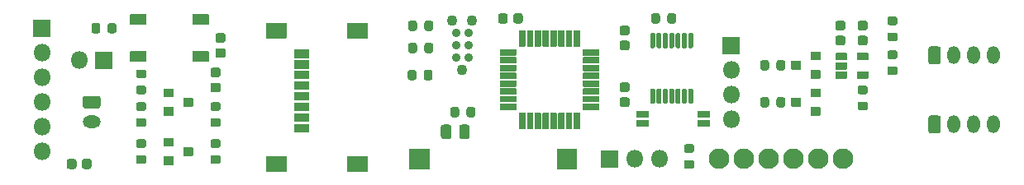
<source format=gbr>
%TF.GenerationSoftware,KiCad,Pcbnew,(5.1.10)-1*%
%TF.CreationDate,2021-07-01T22:03:52-07:00*%
%TF.ProjectId,BivalveBit_RevA,42697661-6c76-4654-9269-745f52657641,A*%
%TF.SameCoordinates,Original*%
%TF.FileFunction,Soldermask,Top*%
%TF.FilePolarity,Negative*%
%FSLAX46Y46*%
G04 Gerber Fmt 4.6, Leading zero omitted, Abs format (unit mm)*
G04 Created by KiCad (PCBNEW (5.1.10)-1) date 2021-07-01 22:03:52*
%MOMM*%
%LPD*%
G01*
G04 APERTURE LIST*
%ADD10O,1.801600X1.801600*%
%ADD11C,0.889000*%
%ADD12C,1.092200*%
%ADD13O,1.851600X1.301600*%
%ADD14C,2.101600*%
%ADD15O,1.301600X1.851600*%
G04 APERTURE END LIST*
D10*
%TO.C,J1*%
X106680000Y-126492000D03*
G36*
G01*
X108370000Y-125591200D02*
X110070000Y-125591200D01*
G75*
G02*
X110120800Y-125642000I0J-50800D01*
G01*
X110120800Y-127342000D01*
G75*
G02*
X110070000Y-127392800I-50800J0D01*
G01*
X108370000Y-127392800D01*
G75*
G02*
X108319200Y-127342000I0J50800D01*
G01*
X108319200Y-125642000D01*
G75*
G02*
X108370000Y-125591200I50800J0D01*
G01*
G37*
%TD*%
%TO.C,R17*%
G36*
G01*
X189691600Y-127120200D02*
X190292400Y-127120200D01*
G75*
G02*
X190517800Y-127345600I0J-225400D01*
G01*
X190517800Y-127796400D01*
G75*
G02*
X190292400Y-128021800I-225400J0D01*
G01*
X189691600Y-128021800D01*
G75*
G02*
X189466200Y-127796400I0J225400D01*
G01*
X189466200Y-127345600D01*
G75*
G02*
X189691600Y-127120200I225400J0D01*
G01*
G37*
G36*
G01*
X189691600Y-125470200D02*
X190292400Y-125470200D01*
G75*
G02*
X190517800Y-125695600I0J-225400D01*
G01*
X190517800Y-126146400D01*
G75*
G02*
X190292400Y-126371800I-225400J0D01*
G01*
X189691600Y-126371800D01*
G75*
G02*
X189466200Y-126146400I0J225400D01*
G01*
X189466200Y-125695600D01*
G75*
G02*
X189691600Y-125470200I225400J0D01*
G01*
G37*
%TD*%
%TO.C,R16*%
G36*
G01*
X190292400Y-122878800D02*
X189691600Y-122878800D01*
G75*
G02*
X189466200Y-122653400I0J225400D01*
G01*
X189466200Y-122202600D01*
G75*
G02*
X189691600Y-121977200I225400J0D01*
G01*
X190292400Y-121977200D01*
G75*
G02*
X190517800Y-122202600I0J-225400D01*
G01*
X190517800Y-122653400D01*
G75*
G02*
X190292400Y-122878800I-225400J0D01*
G01*
G37*
G36*
G01*
X190292400Y-124528800D02*
X189691600Y-124528800D01*
G75*
G02*
X189466200Y-124303400I0J225400D01*
G01*
X189466200Y-123852600D01*
G75*
G02*
X189691600Y-123627200I225400J0D01*
G01*
X190292400Y-123627200D01*
G75*
G02*
X190517800Y-123852600I0J-225400D01*
G01*
X190517800Y-124303400D01*
G75*
G02*
X190292400Y-124528800I-225400J0D01*
G01*
G37*
%TD*%
%TO.C,U4*%
G36*
G01*
X117339200Y-136290000D02*
X117339200Y-135490000D01*
G75*
G02*
X117390000Y-135439200I50800J0D01*
G01*
X118290000Y-135439200D01*
G75*
G02*
X118340800Y-135490000I0J-50800D01*
G01*
X118340800Y-136290000D01*
G75*
G02*
X118290000Y-136340800I-50800J0D01*
G01*
X117390000Y-136340800D01*
G75*
G02*
X117339200Y-136290000I0J50800D01*
G01*
G37*
G36*
G01*
X115339200Y-137240000D02*
X115339200Y-136440000D01*
G75*
G02*
X115390000Y-136389200I50800J0D01*
G01*
X116290000Y-136389200D01*
G75*
G02*
X116340800Y-136440000I0J-50800D01*
G01*
X116340800Y-137240000D01*
G75*
G02*
X116290000Y-137290800I-50800J0D01*
G01*
X115390000Y-137290800D01*
G75*
G02*
X115339200Y-137240000I0J50800D01*
G01*
G37*
G36*
G01*
X115339200Y-135340000D02*
X115339200Y-134540000D01*
G75*
G02*
X115390000Y-134489200I50800J0D01*
G01*
X116290000Y-134489200D01*
G75*
G02*
X116340800Y-134540000I0J-50800D01*
G01*
X116340800Y-135340000D01*
G75*
G02*
X116290000Y-135390800I-50800J0D01*
G01*
X115390000Y-135390800D01*
G75*
G02*
X115339200Y-135340000I0J50800D01*
G01*
G37*
%TD*%
%TO.C,U3*%
G36*
G01*
X186363200Y-126441000D02*
X186363200Y-125791000D01*
G75*
G02*
X186414000Y-125740200I50800J0D01*
G01*
X187474000Y-125740200D01*
G75*
G02*
X187524800Y-125791000I0J-50800D01*
G01*
X187524800Y-126441000D01*
G75*
G02*
X187474000Y-126491800I-50800J0D01*
G01*
X186414000Y-126491800D01*
G75*
G02*
X186363200Y-126441000I0J50800D01*
G01*
G37*
G36*
G01*
X186363200Y-128341000D02*
X186363200Y-127691000D01*
G75*
G02*
X186414000Y-127640200I50800J0D01*
G01*
X187474000Y-127640200D01*
G75*
G02*
X187524800Y-127691000I0J-50800D01*
G01*
X187524800Y-128341000D01*
G75*
G02*
X187474000Y-128391800I-50800J0D01*
G01*
X186414000Y-128391800D01*
G75*
G02*
X186363200Y-128341000I0J50800D01*
G01*
G37*
G36*
G01*
X184163200Y-128341000D02*
X184163200Y-127691000D01*
G75*
G02*
X184214000Y-127640200I50800J0D01*
G01*
X185274000Y-127640200D01*
G75*
G02*
X185324800Y-127691000I0J-50800D01*
G01*
X185324800Y-128341000D01*
G75*
G02*
X185274000Y-128391800I-50800J0D01*
G01*
X184214000Y-128391800D01*
G75*
G02*
X184163200Y-128341000I0J50800D01*
G01*
G37*
G36*
G01*
X184163200Y-127391000D02*
X184163200Y-126741000D01*
G75*
G02*
X184214000Y-126690200I50800J0D01*
G01*
X185274000Y-126690200D01*
G75*
G02*
X185324800Y-126741000I0J-50800D01*
G01*
X185324800Y-127391000D01*
G75*
G02*
X185274000Y-127441800I-50800J0D01*
G01*
X184214000Y-127441800D01*
G75*
G02*
X184163200Y-127391000I0J50800D01*
G01*
G37*
G36*
G01*
X184163200Y-126441000D02*
X184163200Y-125791000D01*
G75*
G02*
X184214000Y-125740200I50800J0D01*
G01*
X185274000Y-125740200D01*
G75*
G02*
X185324800Y-125791000I0J-50800D01*
G01*
X185324800Y-126441000D01*
G75*
G02*
X185274000Y-126491800I-50800J0D01*
G01*
X184214000Y-126491800D01*
G75*
G02*
X184163200Y-126441000I0J50800D01*
G01*
G37*
%TD*%
%TO.C,U2*%
G36*
G01*
X152347000Y-125092800D02*
X151797000Y-125092800D01*
G75*
G02*
X151746200Y-125042000I0J50800D01*
G01*
X151746200Y-123442000D01*
G75*
G02*
X151797000Y-123391200I50800J0D01*
G01*
X152347000Y-123391200D01*
G75*
G02*
X152397800Y-123442000I0J-50800D01*
G01*
X152397800Y-125042000D01*
G75*
G02*
X152347000Y-125092800I-50800J0D01*
G01*
G37*
G36*
G01*
X153147000Y-125092800D02*
X152597000Y-125092800D01*
G75*
G02*
X152546200Y-125042000I0J50800D01*
G01*
X152546200Y-123442000D01*
G75*
G02*
X152597000Y-123391200I50800J0D01*
G01*
X153147000Y-123391200D01*
G75*
G02*
X153197800Y-123442000I0J-50800D01*
G01*
X153197800Y-125042000D01*
G75*
G02*
X153147000Y-125092800I-50800J0D01*
G01*
G37*
G36*
G01*
X153947000Y-125092800D02*
X153397000Y-125092800D01*
G75*
G02*
X153346200Y-125042000I0J50800D01*
G01*
X153346200Y-123442000D01*
G75*
G02*
X153397000Y-123391200I50800J0D01*
G01*
X153947000Y-123391200D01*
G75*
G02*
X153997800Y-123442000I0J-50800D01*
G01*
X153997800Y-125042000D01*
G75*
G02*
X153947000Y-125092800I-50800J0D01*
G01*
G37*
G36*
G01*
X154747000Y-125092800D02*
X154197000Y-125092800D01*
G75*
G02*
X154146200Y-125042000I0J50800D01*
G01*
X154146200Y-123442000D01*
G75*
G02*
X154197000Y-123391200I50800J0D01*
G01*
X154747000Y-123391200D01*
G75*
G02*
X154797800Y-123442000I0J-50800D01*
G01*
X154797800Y-125042000D01*
G75*
G02*
X154747000Y-125092800I-50800J0D01*
G01*
G37*
G36*
G01*
X155547000Y-125092800D02*
X154997000Y-125092800D01*
G75*
G02*
X154946200Y-125042000I0J50800D01*
G01*
X154946200Y-123442000D01*
G75*
G02*
X154997000Y-123391200I50800J0D01*
G01*
X155547000Y-123391200D01*
G75*
G02*
X155597800Y-123442000I0J-50800D01*
G01*
X155597800Y-125042000D01*
G75*
G02*
X155547000Y-125092800I-50800J0D01*
G01*
G37*
G36*
G01*
X156347000Y-125092800D02*
X155797000Y-125092800D01*
G75*
G02*
X155746200Y-125042000I0J50800D01*
G01*
X155746200Y-123442000D01*
G75*
G02*
X155797000Y-123391200I50800J0D01*
G01*
X156347000Y-123391200D01*
G75*
G02*
X156397800Y-123442000I0J-50800D01*
G01*
X156397800Y-125042000D01*
G75*
G02*
X156347000Y-125092800I-50800J0D01*
G01*
G37*
G36*
G01*
X157147000Y-125092800D02*
X156597000Y-125092800D01*
G75*
G02*
X156546200Y-125042000I0J50800D01*
G01*
X156546200Y-123442000D01*
G75*
G02*
X156597000Y-123391200I50800J0D01*
G01*
X157147000Y-123391200D01*
G75*
G02*
X157197800Y-123442000I0J-50800D01*
G01*
X157197800Y-125042000D01*
G75*
G02*
X157147000Y-125092800I-50800J0D01*
G01*
G37*
G36*
G01*
X157947000Y-125092800D02*
X157397000Y-125092800D01*
G75*
G02*
X157346200Y-125042000I0J50800D01*
G01*
X157346200Y-123442000D01*
G75*
G02*
X157397000Y-123391200I50800J0D01*
G01*
X157947000Y-123391200D01*
G75*
G02*
X157997800Y-123442000I0J-50800D01*
G01*
X157997800Y-125042000D01*
G75*
G02*
X157947000Y-125092800I-50800J0D01*
G01*
G37*
G36*
G01*
X158271200Y-125967000D02*
X158271200Y-125417000D01*
G75*
G02*
X158322000Y-125366200I50800J0D01*
G01*
X159922000Y-125366200D01*
G75*
G02*
X159972800Y-125417000I0J-50800D01*
G01*
X159972800Y-125967000D01*
G75*
G02*
X159922000Y-126017800I-50800J0D01*
G01*
X158322000Y-126017800D01*
G75*
G02*
X158271200Y-125967000I0J50800D01*
G01*
G37*
G36*
G01*
X158271200Y-126767000D02*
X158271200Y-126217000D01*
G75*
G02*
X158322000Y-126166200I50800J0D01*
G01*
X159922000Y-126166200D01*
G75*
G02*
X159972800Y-126217000I0J-50800D01*
G01*
X159972800Y-126767000D01*
G75*
G02*
X159922000Y-126817800I-50800J0D01*
G01*
X158322000Y-126817800D01*
G75*
G02*
X158271200Y-126767000I0J50800D01*
G01*
G37*
G36*
G01*
X158271200Y-127567000D02*
X158271200Y-127017000D01*
G75*
G02*
X158322000Y-126966200I50800J0D01*
G01*
X159922000Y-126966200D01*
G75*
G02*
X159972800Y-127017000I0J-50800D01*
G01*
X159972800Y-127567000D01*
G75*
G02*
X159922000Y-127617800I-50800J0D01*
G01*
X158322000Y-127617800D01*
G75*
G02*
X158271200Y-127567000I0J50800D01*
G01*
G37*
G36*
G01*
X158271200Y-128367000D02*
X158271200Y-127817000D01*
G75*
G02*
X158322000Y-127766200I50800J0D01*
G01*
X159922000Y-127766200D01*
G75*
G02*
X159972800Y-127817000I0J-50800D01*
G01*
X159972800Y-128367000D01*
G75*
G02*
X159922000Y-128417800I-50800J0D01*
G01*
X158322000Y-128417800D01*
G75*
G02*
X158271200Y-128367000I0J50800D01*
G01*
G37*
G36*
G01*
X158271200Y-129167000D02*
X158271200Y-128617000D01*
G75*
G02*
X158322000Y-128566200I50800J0D01*
G01*
X159922000Y-128566200D01*
G75*
G02*
X159972800Y-128617000I0J-50800D01*
G01*
X159972800Y-129167000D01*
G75*
G02*
X159922000Y-129217800I-50800J0D01*
G01*
X158322000Y-129217800D01*
G75*
G02*
X158271200Y-129167000I0J50800D01*
G01*
G37*
G36*
G01*
X158271200Y-129967000D02*
X158271200Y-129417000D01*
G75*
G02*
X158322000Y-129366200I50800J0D01*
G01*
X159922000Y-129366200D01*
G75*
G02*
X159972800Y-129417000I0J-50800D01*
G01*
X159972800Y-129967000D01*
G75*
G02*
X159922000Y-130017800I-50800J0D01*
G01*
X158322000Y-130017800D01*
G75*
G02*
X158271200Y-129967000I0J50800D01*
G01*
G37*
G36*
G01*
X158271200Y-130767000D02*
X158271200Y-130217000D01*
G75*
G02*
X158322000Y-130166200I50800J0D01*
G01*
X159922000Y-130166200D01*
G75*
G02*
X159972800Y-130217000I0J-50800D01*
G01*
X159972800Y-130767000D01*
G75*
G02*
X159922000Y-130817800I-50800J0D01*
G01*
X158322000Y-130817800D01*
G75*
G02*
X158271200Y-130767000I0J50800D01*
G01*
G37*
G36*
G01*
X158271200Y-131567000D02*
X158271200Y-131017000D01*
G75*
G02*
X158322000Y-130966200I50800J0D01*
G01*
X159922000Y-130966200D01*
G75*
G02*
X159972800Y-131017000I0J-50800D01*
G01*
X159972800Y-131567000D01*
G75*
G02*
X159922000Y-131617800I-50800J0D01*
G01*
X158322000Y-131617800D01*
G75*
G02*
X158271200Y-131567000I0J50800D01*
G01*
G37*
G36*
G01*
X157947000Y-133592800D02*
X157397000Y-133592800D01*
G75*
G02*
X157346200Y-133542000I0J50800D01*
G01*
X157346200Y-131942000D01*
G75*
G02*
X157397000Y-131891200I50800J0D01*
G01*
X157947000Y-131891200D01*
G75*
G02*
X157997800Y-131942000I0J-50800D01*
G01*
X157997800Y-133542000D01*
G75*
G02*
X157947000Y-133592800I-50800J0D01*
G01*
G37*
G36*
G01*
X157147000Y-133592800D02*
X156597000Y-133592800D01*
G75*
G02*
X156546200Y-133542000I0J50800D01*
G01*
X156546200Y-131942000D01*
G75*
G02*
X156597000Y-131891200I50800J0D01*
G01*
X157147000Y-131891200D01*
G75*
G02*
X157197800Y-131942000I0J-50800D01*
G01*
X157197800Y-133542000D01*
G75*
G02*
X157147000Y-133592800I-50800J0D01*
G01*
G37*
G36*
G01*
X156347000Y-133592800D02*
X155797000Y-133592800D01*
G75*
G02*
X155746200Y-133542000I0J50800D01*
G01*
X155746200Y-131942000D01*
G75*
G02*
X155797000Y-131891200I50800J0D01*
G01*
X156347000Y-131891200D01*
G75*
G02*
X156397800Y-131942000I0J-50800D01*
G01*
X156397800Y-133542000D01*
G75*
G02*
X156347000Y-133592800I-50800J0D01*
G01*
G37*
G36*
G01*
X155547000Y-133592800D02*
X154997000Y-133592800D01*
G75*
G02*
X154946200Y-133542000I0J50800D01*
G01*
X154946200Y-131942000D01*
G75*
G02*
X154997000Y-131891200I50800J0D01*
G01*
X155547000Y-131891200D01*
G75*
G02*
X155597800Y-131942000I0J-50800D01*
G01*
X155597800Y-133542000D01*
G75*
G02*
X155547000Y-133592800I-50800J0D01*
G01*
G37*
G36*
G01*
X154747000Y-133592800D02*
X154197000Y-133592800D01*
G75*
G02*
X154146200Y-133542000I0J50800D01*
G01*
X154146200Y-131942000D01*
G75*
G02*
X154197000Y-131891200I50800J0D01*
G01*
X154747000Y-131891200D01*
G75*
G02*
X154797800Y-131942000I0J-50800D01*
G01*
X154797800Y-133542000D01*
G75*
G02*
X154747000Y-133592800I-50800J0D01*
G01*
G37*
G36*
G01*
X153947000Y-133592800D02*
X153397000Y-133592800D01*
G75*
G02*
X153346200Y-133542000I0J50800D01*
G01*
X153346200Y-131942000D01*
G75*
G02*
X153397000Y-131891200I50800J0D01*
G01*
X153947000Y-131891200D01*
G75*
G02*
X153997800Y-131942000I0J-50800D01*
G01*
X153997800Y-133542000D01*
G75*
G02*
X153947000Y-133592800I-50800J0D01*
G01*
G37*
G36*
G01*
X153147000Y-133592800D02*
X152597000Y-133592800D01*
G75*
G02*
X152546200Y-133542000I0J50800D01*
G01*
X152546200Y-131942000D01*
G75*
G02*
X152597000Y-131891200I50800J0D01*
G01*
X153147000Y-131891200D01*
G75*
G02*
X153197800Y-131942000I0J-50800D01*
G01*
X153197800Y-133542000D01*
G75*
G02*
X153147000Y-133592800I-50800J0D01*
G01*
G37*
G36*
G01*
X152347000Y-133592800D02*
X151797000Y-133592800D01*
G75*
G02*
X151746200Y-133542000I0J50800D01*
G01*
X151746200Y-131942000D01*
G75*
G02*
X151797000Y-131891200I50800J0D01*
G01*
X152347000Y-131891200D01*
G75*
G02*
X152397800Y-131942000I0J-50800D01*
G01*
X152397800Y-133542000D01*
G75*
G02*
X152347000Y-133592800I-50800J0D01*
G01*
G37*
G36*
G01*
X149771200Y-131567000D02*
X149771200Y-131017000D01*
G75*
G02*
X149822000Y-130966200I50800J0D01*
G01*
X151422000Y-130966200D01*
G75*
G02*
X151472800Y-131017000I0J-50800D01*
G01*
X151472800Y-131567000D01*
G75*
G02*
X151422000Y-131617800I-50800J0D01*
G01*
X149822000Y-131617800D01*
G75*
G02*
X149771200Y-131567000I0J50800D01*
G01*
G37*
G36*
G01*
X149771200Y-130767000D02*
X149771200Y-130217000D01*
G75*
G02*
X149822000Y-130166200I50800J0D01*
G01*
X151422000Y-130166200D01*
G75*
G02*
X151472800Y-130217000I0J-50800D01*
G01*
X151472800Y-130767000D01*
G75*
G02*
X151422000Y-130817800I-50800J0D01*
G01*
X149822000Y-130817800D01*
G75*
G02*
X149771200Y-130767000I0J50800D01*
G01*
G37*
G36*
G01*
X149771200Y-129967000D02*
X149771200Y-129417000D01*
G75*
G02*
X149822000Y-129366200I50800J0D01*
G01*
X151422000Y-129366200D01*
G75*
G02*
X151472800Y-129417000I0J-50800D01*
G01*
X151472800Y-129967000D01*
G75*
G02*
X151422000Y-130017800I-50800J0D01*
G01*
X149822000Y-130017800D01*
G75*
G02*
X149771200Y-129967000I0J50800D01*
G01*
G37*
G36*
G01*
X149771200Y-129167000D02*
X149771200Y-128617000D01*
G75*
G02*
X149822000Y-128566200I50800J0D01*
G01*
X151422000Y-128566200D01*
G75*
G02*
X151472800Y-128617000I0J-50800D01*
G01*
X151472800Y-129167000D01*
G75*
G02*
X151422000Y-129217800I-50800J0D01*
G01*
X149822000Y-129217800D01*
G75*
G02*
X149771200Y-129167000I0J50800D01*
G01*
G37*
G36*
G01*
X149771200Y-128367000D02*
X149771200Y-127817000D01*
G75*
G02*
X149822000Y-127766200I50800J0D01*
G01*
X151422000Y-127766200D01*
G75*
G02*
X151472800Y-127817000I0J-50800D01*
G01*
X151472800Y-128367000D01*
G75*
G02*
X151422000Y-128417800I-50800J0D01*
G01*
X149822000Y-128417800D01*
G75*
G02*
X149771200Y-128367000I0J50800D01*
G01*
G37*
G36*
G01*
X149771200Y-127567000D02*
X149771200Y-127017000D01*
G75*
G02*
X149822000Y-126966200I50800J0D01*
G01*
X151422000Y-126966200D01*
G75*
G02*
X151472800Y-127017000I0J-50800D01*
G01*
X151472800Y-127567000D01*
G75*
G02*
X151422000Y-127617800I-50800J0D01*
G01*
X149822000Y-127617800D01*
G75*
G02*
X149771200Y-127567000I0J50800D01*
G01*
G37*
G36*
G01*
X149771200Y-126767000D02*
X149771200Y-126217000D01*
G75*
G02*
X149822000Y-126166200I50800J0D01*
G01*
X151422000Y-126166200D01*
G75*
G02*
X151472800Y-126217000I0J-50800D01*
G01*
X151472800Y-126767000D01*
G75*
G02*
X151422000Y-126817800I-50800J0D01*
G01*
X149822000Y-126817800D01*
G75*
G02*
X149771200Y-126767000I0J50800D01*
G01*
G37*
G36*
G01*
X149771200Y-125967000D02*
X149771200Y-125417000D01*
G75*
G02*
X149822000Y-125366200I50800J0D01*
G01*
X151422000Y-125366200D01*
G75*
G02*
X151472800Y-125417000I0J-50800D01*
G01*
X151472800Y-125967000D01*
G75*
G02*
X151422000Y-126017800I-50800J0D01*
G01*
X149822000Y-126017800D01*
G75*
G02*
X149771200Y-125967000I0J50800D01*
G01*
G37*
%TD*%
%TO.C,U1*%
G36*
G01*
X165561400Y-125248300D02*
X165310600Y-125248300D01*
G75*
G02*
X165185200Y-125122900I0J125400D01*
G01*
X165185200Y-123797100D01*
G75*
G02*
X165310600Y-123671700I125400J0D01*
G01*
X165561400Y-123671700D01*
G75*
G02*
X165686800Y-123797100I0J-125400D01*
G01*
X165686800Y-125122900D01*
G75*
G02*
X165561400Y-125248300I-125400J0D01*
G01*
G37*
G36*
G01*
X166211400Y-125248300D02*
X165960600Y-125248300D01*
G75*
G02*
X165835200Y-125122900I0J125400D01*
G01*
X165835200Y-123797100D01*
G75*
G02*
X165960600Y-123671700I125400J0D01*
G01*
X166211400Y-123671700D01*
G75*
G02*
X166336800Y-123797100I0J-125400D01*
G01*
X166336800Y-125122900D01*
G75*
G02*
X166211400Y-125248300I-125400J0D01*
G01*
G37*
G36*
G01*
X166861400Y-125248300D02*
X166610600Y-125248300D01*
G75*
G02*
X166485200Y-125122900I0J125400D01*
G01*
X166485200Y-123797100D01*
G75*
G02*
X166610600Y-123671700I125400J0D01*
G01*
X166861400Y-123671700D01*
G75*
G02*
X166986800Y-123797100I0J-125400D01*
G01*
X166986800Y-125122900D01*
G75*
G02*
X166861400Y-125248300I-125400J0D01*
G01*
G37*
G36*
G01*
X167511400Y-125248300D02*
X167260600Y-125248300D01*
G75*
G02*
X167135200Y-125122900I0J125400D01*
G01*
X167135200Y-123797100D01*
G75*
G02*
X167260600Y-123671700I125400J0D01*
G01*
X167511400Y-123671700D01*
G75*
G02*
X167636800Y-123797100I0J-125400D01*
G01*
X167636800Y-125122900D01*
G75*
G02*
X167511400Y-125248300I-125400J0D01*
G01*
G37*
G36*
G01*
X168161400Y-125248300D02*
X167910600Y-125248300D01*
G75*
G02*
X167785200Y-125122900I0J125400D01*
G01*
X167785200Y-123797100D01*
G75*
G02*
X167910600Y-123671700I125400J0D01*
G01*
X168161400Y-123671700D01*
G75*
G02*
X168286800Y-123797100I0J-125400D01*
G01*
X168286800Y-125122900D01*
G75*
G02*
X168161400Y-125248300I-125400J0D01*
G01*
G37*
G36*
G01*
X168811400Y-125248300D02*
X168560600Y-125248300D01*
G75*
G02*
X168435200Y-125122900I0J125400D01*
G01*
X168435200Y-123797100D01*
G75*
G02*
X168560600Y-123671700I125400J0D01*
G01*
X168811400Y-123671700D01*
G75*
G02*
X168936800Y-123797100I0J-125400D01*
G01*
X168936800Y-125122900D01*
G75*
G02*
X168811400Y-125248300I-125400J0D01*
G01*
G37*
G36*
G01*
X169461400Y-125248300D02*
X169210600Y-125248300D01*
G75*
G02*
X169085200Y-125122900I0J125400D01*
G01*
X169085200Y-123797100D01*
G75*
G02*
X169210600Y-123671700I125400J0D01*
G01*
X169461400Y-123671700D01*
G75*
G02*
X169586800Y-123797100I0J-125400D01*
G01*
X169586800Y-125122900D01*
G75*
G02*
X169461400Y-125248300I-125400J0D01*
G01*
G37*
G36*
G01*
X169461400Y-130973300D02*
X169210600Y-130973300D01*
G75*
G02*
X169085200Y-130847900I0J125400D01*
G01*
X169085200Y-129522100D01*
G75*
G02*
X169210600Y-129396700I125400J0D01*
G01*
X169461400Y-129396700D01*
G75*
G02*
X169586800Y-129522100I0J-125400D01*
G01*
X169586800Y-130847900D01*
G75*
G02*
X169461400Y-130973300I-125400J0D01*
G01*
G37*
G36*
G01*
X168811400Y-130973300D02*
X168560600Y-130973300D01*
G75*
G02*
X168435200Y-130847900I0J125400D01*
G01*
X168435200Y-129522100D01*
G75*
G02*
X168560600Y-129396700I125400J0D01*
G01*
X168811400Y-129396700D01*
G75*
G02*
X168936800Y-129522100I0J-125400D01*
G01*
X168936800Y-130847900D01*
G75*
G02*
X168811400Y-130973300I-125400J0D01*
G01*
G37*
G36*
G01*
X168161400Y-130973300D02*
X167910600Y-130973300D01*
G75*
G02*
X167785200Y-130847900I0J125400D01*
G01*
X167785200Y-129522100D01*
G75*
G02*
X167910600Y-129396700I125400J0D01*
G01*
X168161400Y-129396700D01*
G75*
G02*
X168286800Y-129522100I0J-125400D01*
G01*
X168286800Y-130847900D01*
G75*
G02*
X168161400Y-130973300I-125400J0D01*
G01*
G37*
G36*
G01*
X167511400Y-130973300D02*
X167260600Y-130973300D01*
G75*
G02*
X167135200Y-130847900I0J125400D01*
G01*
X167135200Y-129522100D01*
G75*
G02*
X167260600Y-129396700I125400J0D01*
G01*
X167511400Y-129396700D01*
G75*
G02*
X167636800Y-129522100I0J-125400D01*
G01*
X167636800Y-130847900D01*
G75*
G02*
X167511400Y-130973300I-125400J0D01*
G01*
G37*
G36*
G01*
X166861400Y-130973300D02*
X166610600Y-130973300D01*
G75*
G02*
X166485200Y-130847900I0J125400D01*
G01*
X166485200Y-129522100D01*
G75*
G02*
X166610600Y-129396700I125400J0D01*
G01*
X166861400Y-129396700D01*
G75*
G02*
X166986800Y-129522100I0J-125400D01*
G01*
X166986800Y-130847900D01*
G75*
G02*
X166861400Y-130973300I-125400J0D01*
G01*
G37*
G36*
G01*
X166211400Y-130973300D02*
X165960600Y-130973300D01*
G75*
G02*
X165835200Y-130847900I0J125400D01*
G01*
X165835200Y-129522100D01*
G75*
G02*
X165960600Y-129396700I125400J0D01*
G01*
X166211400Y-129396700D01*
G75*
G02*
X166336800Y-129522100I0J-125400D01*
G01*
X166336800Y-130847900D01*
G75*
G02*
X166211400Y-130973300I-125400J0D01*
G01*
G37*
G36*
G01*
X165561400Y-130973300D02*
X165310600Y-130973300D01*
G75*
G02*
X165185200Y-130847900I0J125400D01*
G01*
X165185200Y-129522100D01*
G75*
G02*
X165310600Y-129396700I125400J0D01*
G01*
X165561400Y-129396700D01*
G75*
G02*
X165686800Y-129522100I0J-125400D01*
G01*
X165686800Y-130847900D01*
G75*
G02*
X165561400Y-130973300I-125400J0D01*
G01*
G37*
%TD*%
%TO.C,SW2*%
G36*
G01*
X155607200Y-137652000D02*
X155607200Y-135652000D01*
G75*
G02*
X155658000Y-135601200I50800J0D01*
G01*
X157658000Y-135601200D01*
G75*
G02*
X157708800Y-135652000I0J-50800D01*
G01*
X157708800Y-137652000D01*
G75*
G02*
X157658000Y-137702800I-50800J0D01*
G01*
X155658000Y-137702800D01*
G75*
G02*
X155607200Y-137652000I0J50800D01*
G01*
G37*
G36*
G01*
X140487200Y-137652000D02*
X140487200Y-135652000D01*
G75*
G02*
X140538000Y-135601200I50800J0D01*
G01*
X142538000Y-135601200D01*
G75*
G02*
X142588800Y-135652000I0J-50800D01*
G01*
X142588800Y-137652000D01*
G75*
G02*
X142538000Y-137702800I-50800J0D01*
G01*
X140538000Y-137702800D01*
G75*
G02*
X140487200Y-137652000I0J50800D01*
G01*
G37*
%TD*%
%TO.C,RESET*%
G36*
G01*
X118275200Y-126606000D02*
X118275200Y-125606000D01*
G75*
G02*
X118326000Y-125555200I50800J0D01*
G01*
X119926000Y-125555200D01*
G75*
G02*
X119976800Y-125606000I0J-50800D01*
G01*
X119976800Y-126606000D01*
G75*
G02*
X119926000Y-126656800I-50800J0D01*
G01*
X118326000Y-126656800D01*
G75*
G02*
X118275200Y-126606000I0J50800D01*
G01*
G37*
G36*
G01*
X111875200Y-126606000D02*
X111875200Y-125606000D01*
G75*
G02*
X111926000Y-125555200I50800J0D01*
G01*
X113526000Y-125555200D01*
G75*
G02*
X113576800Y-125606000I0J-50800D01*
G01*
X113576800Y-126606000D01*
G75*
G02*
X113526000Y-126656800I-50800J0D01*
G01*
X111926000Y-126656800D01*
G75*
G02*
X111875200Y-126606000I0J50800D01*
G01*
G37*
G36*
G01*
X118275200Y-122806000D02*
X118275200Y-121806000D01*
G75*
G02*
X118326000Y-121755200I50800J0D01*
G01*
X119926000Y-121755200D01*
G75*
G02*
X119976800Y-121806000I0J-50800D01*
G01*
X119976800Y-122806000D01*
G75*
G02*
X119926000Y-122856800I-50800J0D01*
G01*
X118326000Y-122856800D01*
G75*
G02*
X118275200Y-122806000I0J50800D01*
G01*
G37*
G36*
G01*
X111875200Y-122806000D02*
X111875200Y-121806000D01*
G75*
G02*
X111926000Y-121755200I50800J0D01*
G01*
X113526000Y-121755200D01*
G75*
G02*
X113576800Y-121806000I0J-50800D01*
G01*
X113576800Y-122806000D01*
G75*
G02*
X113526000Y-122856800I-50800J0D01*
G01*
X111926000Y-122856800D01*
G75*
G02*
X111875200Y-122806000I0J50800D01*
G01*
G37*
%TD*%
%TO.C,R15*%
G36*
G01*
X168863600Y-136772200D02*
X169464400Y-136772200D01*
G75*
G02*
X169689800Y-136997600I0J-225400D01*
G01*
X169689800Y-137448400D01*
G75*
G02*
X169464400Y-137673800I-225400J0D01*
G01*
X168863600Y-137673800D01*
G75*
G02*
X168638200Y-137448400I0J225400D01*
G01*
X168638200Y-136997600D01*
G75*
G02*
X168863600Y-136772200I225400J0D01*
G01*
G37*
G36*
G01*
X168863600Y-135122200D02*
X169464400Y-135122200D01*
G75*
G02*
X169689800Y-135347600I0J-225400D01*
G01*
X169689800Y-135798400D01*
G75*
G02*
X169464400Y-136023800I-225400J0D01*
G01*
X168863600Y-136023800D01*
G75*
G02*
X168638200Y-135798400I0J225400D01*
G01*
X168638200Y-135347600D01*
G75*
G02*
X168863600Y-135122200I225400J0D01*
G01*
G37*
%TD*%
%TO.C,R14*%
G36*
G01*
X186643600Y-130739200D02*
X187244400Y-130739200D01*
G75*
G02*
X187469800Y-130964600I0J-225400D01*
G01*
X187469800Y-131415400D01*
G75*
G02*
X187244400Y-131640800I-225400J0D01*
G01*
X186643600Y-131640800D01*
G75*
G02*
X186418200Y-131415400I0J225400D01*
G01*
X186418200Y-130964600D01*
G75*
G02*
X186643600Y-130739200I225400J0D01*
G01*
G37*
G36*
G01*
X186643600Y-129089200D02*
X187244400Y-129089200D01*
G75*
G02*
X187469800Y-129314600I0J-225400D01*
G01*
X187469800Y-129765400D01*
G75*
G02*
X187244400Y-129990800I-225400J0D01*
G01*
X186643600Y-129990800D01*
G75*
G02*
X186418200Y-129765400I0J225400D01*
G01*
X186418200Y-129314600D01*
G75*
G02*
X186643600Y-129089200I225400J0D01*
G01*
G37*
%TD*%
%TO.C,R13*%
G36*
G01*
X113330400Y-128340800D02*
X112729600Y-128340800D01*
G75*
G02*
X112504200Y-128115400I0J225400D01*
G01*
X112504200Y-127664600D01*
G75*
G02*
X112729600Y-127439200I225400J0D01*
G01*
X113330400Y-127439200D01*
G75*
G02*
X113555800Y-127664600I0J-225400D01*
G01*
X113555800Y-128115400D01*
G75*
G02*
X113330400Y-128340800I-225400J0D01*
G01*
G37*
G36*
G01*
X113330400Y-129990800D02*
X112729600Y-129990800D01*
G75*
G02*
X112504200Y-129765400I0J225400D01*
G01*
X112504200Y-129314600D01*
G75*
G02*
X112729600Y-129089200I225400J0D01*
G01*
X113330400Y-129089200D01*
G75*
G02*
X113555800Y-129314600I0J-225400D01*
G01*
X113555800Y-129765400D01*
G75*
G02*
X113330400Y-129990800I-225400J0D01*
G01*
G37*
%TD*%
%TO.C,R12*%
G36*
G01*
X120950400Y-131705800D02*
X120349600Y-131705800D01*
G75*
G02*
X120124200Y-131480400I0J225400D01*
G01*
X120124200Y-131029600D01*
G75*
G02*
X120349600Y-130804200I225400J0D01*
G01*
X120950400Y-130804200D01*
G75*
G02*
X121175800Y-131029600I0J-225400D01*
G01*
X121175800Y-131480400D01*
G75*
G02*
X120950400Y-131705800I-225400J0D01*
G01*
G37*
G36*
G01*
X120950400Y-133355800D02*
X120349600Y-133355800D01*
G75*
G02*
X120124200Y-133130400I0J225400D01*
G01*
X120124200Y-132679600D01*
G75*
G02*
X120349600Y-132454200I225400J0D01*
G01*
X120950400Y-132454200D01*
G75*
G02*
X121175800Y-132679600I0J-225400D01*
G01*
X121175800Y-133130400D01*
G75*
G02*
X120950400Y-133355800I-225400J0D01*
G01*
G37*
%TD*%
%TO.C,R11*%
G36*
G01*
X113330400Y-131705800D02*
X112729600Y-131705800D01*
G75*
G02*
X112504200Y-131480400I0J225400D01*
G01*
X112504200Y-131029600D01*
G75*
G02*
X112729600Y-130804200I225400J0D01*
G01*
X113330400Y-130804200D01*
G75*
G02*
X113555800Y-131029600I0J-225400D01*
G01*
X113555800Y-131480400D01*
G75*
G02*
X113330400Y-131705800I-225400J0D01*
G01*
G37*
G36*
G01*
X113330400Y-133355800D02*
X112729600Y-133355800D01*
G75*
G02*
X112504200Y-133130400I0J225400D01*
G01*
X112504200Y-132679600D01*
G75*
G02*
X112729600Y-132454200I225400J0D01*
G01*
X113330400Y-132454200D01*
G75*
G02*
X113555800Y-132679600I0J-225400D01*
G01*
X113555800Y-133130400D01*
G75*
G02*
X113330400Y-133355800I-225400J0D01*
G01*
G37*
%TD*%
%TO.C,R10*%
G36*
G01*
X120950400Y-135515800D02*
X120349600Y-135515800D01*
G75*
G02*
X120124200Y-135290400I0J225400D01*
G01*
X120124200Y-134839600D01*
G75*
G02*
X120349600Y-134614200I225400J0D01*
G01*
X120950400Y-134614200D01*
G75*
G02*
X121175800Y-134839600I0J-225400D01*
G01*
X121175800Y-135290400D01*
G75*
G02*
X120950400Y-135515800I-225400J0D01*
G01*
G37*
G36*
G01*
X120950400Y-137165800D02*
X120349600Y-137165800D01*
G75*
G02*
X120124200Y-136940400I0J225400D01*
G01*
X120124200Y-136489600D01*
G75*
G02*
X120349600Y-136264200I225400J0D01*
G01*
X120950400Y-136264200D01*
G75*
G02*
X121175800Y-136489600I0J-225400D01*
G01*
X121175800Y-136940400D01*
G75*
G02*
X120950400Y-137165800I-225400J0D01*
G01*
G37*
%TD*%
%TO.C,R9*%
G36*
G01*
X113330400Y-135515800D02*
X112729600Y-135515800D01*
G75*
G02*
X112504200Y-135290400I0J225400D01*
G01*
X112504200Y-134839600D01*
G75*
G02*
X112729600Y-134614200I225400J0D01*
G01*
X113330400Y-134614200D01*
G75*
G02*
X113555800Y-134839600I0J-225400D01*
G01*
X113555800Y-135290400D01*
G75*
G02*
X113330400Y-135515800I-225400J0D01*
G01*
G37*
G36*
G01*
X113330400Y-137165800D02*
X112729600Y-137165800D01*
G75*
G02*
X112504200Y-136940400I0J225400D01*
G01*
X112504200Y-136489600D01*
G75*
G02*
X112729600Y-136264200I225400J0D01*
G01*
X113330400Y-136264200D01*
G75*
G02*
X113555800Y-136489600I0J-225400D01*
G01*
X113555800Y-136940400D01*
G75*
G02*
X113330400Y-137165800I-225400J0D01*
G01*
G37*
%TD*%
%TO.C,R8*%
G36*
G01*
X141294800Y-122635600D02*
X141294800Y-123236400D01*
G75*
G02*
X141069400Y-123461800I-225400J0D01*
G01*
X140618600Y-123461800D01*
G75*
G02*
X140393200Y-123236400I0J225400D01*
G01*
X140393200Y-122635600D01*
G75*
G02*
X140618600Y-122410200I225400J0D01*
G01*
X141069400Y-122410200D01*
G75*
G02*
X141294800Y-122635600I0J-225400D01*
G01*
G37*
G36*
G01*
X142944800Y-122635600D02*
X142944800Y-123236400D01*
G75*
G02*
X142719400Y-123461800I-225400J0D01*
G01*
X142268600Y-123461800D01*
G75*
G02*
X142043200Y-123236400I0J225400D01*
G01*
X142043200Y-122635600D01*
G75*
G02*
X142268600Y-122410200I225400J0D01*
G01*
X142719400Y-122410200D01*
G75*
G02*
X142944800Y-122635600I0J-225400D01*
G01*
G37*
%TD*%
%TO.C,R7*%
G36*
G01*
X145612800Y-131525600D02*
X145612800Y-132126400D01*
G75*
G02*
X145387400Y-132351800I-225400J0D01*
G01*
X144936600Y-132351800D01*
G75*
G02*
X144711200Y-132126400I0J225400D01*
G01*
X144711200Y-131525600D01*
G75*
G02*
X144936600Y-131300200I225400J0D01*
G01*
X145387400Y-131300200D01*
G75*
G02*
X145612800Y-131525600I0J-225400D01*
G01*
G37*
G36*
G01*
X147262800Y-131525600D02*
X147262800Y-132126400D01*
G75*
G02*
X147037400Y-132351800I-225400J0D01*
G01*
X146586600Y-132351800D01*
G75*
G02*
X146361200Y-132126400I0J225400D01*
G01*
X146361200Y-131525600D01*
G75*
G02*
X146586600Y-131300200I225400J0D01*
G01*
X147037400Y-131300200D01*
G75*
G02*
X147262800Y-131525600I0J-225400D01*
G01*
G37*
%TD*%
%TO.C,R6*%
G36*
G01*
X141294800Y-124921600D02*
X141294800Y-125522400D01*
G75*
G02*
X141069400Y-125747800I-225400J0D01*
G01*
X140618600Y-125747800D01*
G75*
G02*
X140393200Y-125522400I0J225400D01*
G01*
X140393200Y-124921600D01*
G75*
G02*
X140618600Y-124696200I225400J0D01*
G01*
X141069400Y-124696200D01*
G75*
G02*
X141294800Y-124921600I0J-225400D01*
G01*
G37*
G36*
G01*
X142944800Y-124921600D02*
X142944800Y-125522400D01*
G75*
G02*
X142719400Y-125747800I-225400J0D01*
G01*
X142268600Y-125747800D01*
G75*
G02*
X142043200Y-125522400I0J225400D01*
G01*
X142043200Y-124921600D01*
G75*
G02*
X142268600Y-124696200I225400J0D01*
G01*
X142719400Y-124696200D01*
G75*
G02*
X142944800Y-124921600I0J-225400D01*
G01*
G37*
%TD*%
%TO.C,R5*%
G36*
G01*
X178111200Y-131110400D02*
X178111200Y-130509600D01*
G75*
G02*
X178336600Y-130284200I225400J0D01*
G01*
X178787400Y-130284200D01*
G75*
G02*
X179012800Y-130509600I0J-225400D01*
G01*
X179012800Y-131110400D01*
G75*
G02*
X178787400Y-131335800I-225400J0D01*
G01*
X178336600Y-131335800D01*
G75*
G02*
X178111200Y-131110400I0J225400D01*
G01*
G37*
G36*
G01*
X176461200Y-131110400D02*
X176461200Y-130509600D01*
G75*
G02*
X176686600Y-130284200I225400J0D01*
G01*
X177137400Y-130284200D01*
G75*
G02*
X177362800Y-130509600I0J-225400D01*
G01*
X177362800Y-131110400D01*
G75*
G02*
X177137400Y-131335800I-225400J0D01*
G01*
X176686600Y-131335800D01*
G75*
G02*
X176461200Y-131110400I0J225400D01*
G01*
G37*
%TD*%
%TO.C,R4*%
G36*
G01*
X178111200Y-127300400D02*
X178111200Y-126699600D01*
G75*
G02*
X178336600Y-126474200I225400J0D01*
G01*
X178787400Y-126474200D01*
G75*
G02*
X179012800Y-126699600I0J-225400D01*
G01*
X179012800Y-127300400D01*
G75*
G02*
X178787400Y-127525800I-225400J0D01*
G01*
X178336600Y-127525800D01*
G75*
G02*
X178111200Y-127300400I0J225400D01*
G01*
G37*
G36*
G01*
X176461200Y-127300400D02*
X176461200Y-126699600D01*
G75*
G02*
X176686600Y-126474200I225400J0D01*
G01*
X177137400Y-126474200D01*
G75*
G02*
X177362800Y-126699600I0J-225400D01*
G01*
X177362800Y-127300400D01*
G75*
G02*
X177137400Y-127525800I-225400J0D01*
G01*
X176686600Y-127525800D01*
G75*
G02*
X176461200Y-127300400I0J225400D01*
G01*
G37*
%TD*%
%TO.C,R3*%
G36*
G01*
X141988972Y-128313120D02*
X141988972Y-127712320D01*
G75*
G02*
X142214372Y-127486920I225400J0D01*
G01*
X142665172Y-127486920D01*
G75*
G02*
X142890572Y-127712320I0J-225400D01*
G01*
X142890572Y-128313120D01*
G75*
G02*
X142665172Y-128538520I-225400J0D01*
G01*
X142214372Y-128538520D01*
G75*
G02*
X141988972Y-128313120I0J225400D01*
G01*
G37*
G36*
G01*
X140338972Y-128313120D02*
X140338972Y-127712320D01*
G75*
G02*
X140564372Y-127486920I225400J0D01*
G01*
X141015172Y-127486920D01*
G75*
G02*
X141240572Y-127712320I0J-225400D01*
G01*
X141240572Y-128313120D01*
G75*
G02*
X141015172Y-128538520I-225400J0D01*
G01*
X140564372Y-128538520D01*
G75*
G02*
X140338972Y-128313120I0J225400D01*
G01*
G37*
%TD*%
%TO.C,R2*%
G36*
G01*
X109594200Y-123490400D02*
X109594200Y-122889600D01*
G75*
G02*
X109819600Y-122664200I225400J0D01*
G01*
X110270400Y-122664200D01*
G75*
G02*
X110495800Y-122889600I0J-225400D01*
G01*
X110495800Y-123490400D01*
G75*
G02*
X110270400Y-123715800I-225400J0D01*
G01*
X109819600Y-123715800D01*
G75*
G02*
X109594200Y-123490400I0J225400D01*
G01*
G37*
G36*
G01*
X107944200Y-123490400D02*
X107944200Y-122889600D01*
G75*
G02*
X108169600Y-122664200I225400J0D01*
G01*
X108620400Y-122664200D01*
G75*
G02*
X108845800Y-122889600I0J-225400D01*
G01*
X108845800Y-123490400D01*
G75*
G02*
X108620400Y-123715800I-225400J0D01*
G01*
X108169600Y-123715800D01*
G75*
G02*
X107944200Y-123490400I0J225400D01*
G01*
G37*
%TD*%
%TO.C,R1*%
G36*
G01*
X166935200Y-122474400D02*
X166935200Y-121873600D01*
G75*
G02*
X167160600Y-121648200I225400J0D01*
G01*
X167611400Y-121648200D01*
G75*
G02*
X167836800Y-121873600I0J-225400D01*
G01*
X167836800Y-122474400D01*
G75*
G02*
X167611400Y-122699800I-225400J0D01*
G01*
X167160600Y-122699800D01*
G75*
G02*
X166935200Y-122474400I0J225400D01*
G01*
G37*
G36*
G01*
X165285200Y-122474400D02*
X165285200Y-121873600D01*
G75*
G02*
X165510600Y-121648200I225400J0D01*
G01*
X165961400Y-121648200D01*
G75*
G02*
X166186800Y-121873600I0J-225400D01*
G01*
X166186800Y-122474400D01*
G75*
G02*
X165961400Y-122699800I-225400J0D01*
G01*
X165510600Y-122699800D01*
G75*
G02*
X165285200Y-122474400I0J225400D01*
G01*
G37*
%TD*%
%TO.C,Q3*%
G36*
G01*
X117339200Y-131210000D02*
X117339200Y-130410000D01*
G75*
G02*
X117390000Y-130359200I50800J0D01*
G01*
X118290000Y-130359200D01*
G75*
G02*
X118340800Y-130410000I0J-50800D01*
G01*
X118340800Y-131210000D01*
G75*
G02*
X118290000Y-131260800I-50800J0D01*
G01*
X117390000Y-131260800D01*
G75*
G02*
X117339200Y-131210000I0J50800D01*
G01*
G37*
G36*
G01*
X115339200Y-132160000D02*
X115339200Y-131360000D01*
G75*
G02*
X115390000Y-131309200I50800J0D01*
G01*
X116290000Y-131309200D01*
G75*
G02*
X116340800Y-131360000I0J-50800D01*
G01*
X116340800Y-132160000D01*
G75*
G02*
X116290000Y-132210800I-50800J0D01*
G01*
X115390000Y-132210800D01*
G75*
G02*
X115339200Y-132160000I0J50800D01*
G01*
G37*
G36*
G01*
X115339200Y-130260000D02*
X115339200Y-129460000D01*
G75*
G02*
X115390000Y-129409200I50800J0D01*
G01*
X116290000Y-129409200D01*
G75*
G02*
X116340800Y-129460000I0J-50800D01*
G01*
X116340800Y-130260000D01*
G75*
G02*
X116290000Y-130310800I-50800J0D01*
G01*
X115390000Y-130310800D01*
G75*
G02*
X115339200Y-130260000I0J50800D01*
G01*
G37*
%TD*%
%TO.C,Q2*%
G36*
G01*
X180618800Y-130410000D02*
X180618800Y-131210000D01*
G75*
G02*
X180568000Y-131260800I-50800J0D01*
G01*
X179668000Y-131260800D01*
G75*
G02*
X179617200Y-131210000I0J50800D01*
G01*
X179617200Y-130410000D01*
G75*
G02*
X179668000Y-130359200I50800J0D01*
G01*
X180568000Y-130359200D01*
G75*
G02*
X180618800Y-130410000I0J-50800D01*
G01*
G37*
G36*
G01*
X182618800Y-129460000D02*
X182618800Y-130260000D01*
G75*
G02*
X182568000Y-130310800I-50800J0D01*
G01*
X181668000Y-130310800D01*
G75*
G02*
X181617200Y-130260000I0J50800D01*
G01*
X181617200Y-129460000D01*
G75*
G02*
X181668000Y-129409200I50800J0D01*
G01*
X182568000Y-129409200D01*
G75*
G02*
X182618800Y-129460000I0J-50800D01*
G01*
G37*
G36*
G01*
X182618800Y-131360000D02*
X182618800Y-132160000D01*
G75*
G02*
X182568000Y-132210800I-50800J0D01*
G01*
X181668000Y-132210800D01*
G75*
G02*
X181617200Y-132160000I0J50800D01*
G01*
X181617200Y-131360000D01*
G75*
G02*
X181668000Y-131309200I50800J0D01*
G01*
X182568000Y-131309200D01*
G75*
G02*
X182618800Y-131360000I0J-50800D01*
G01*
G37*
%TD*%
%TO.C,Q1*%
G36*
G01*
X180618800Y-126600000D02*
X180618800Y-127400000D01*
G75*
G02*
X180568000Y-127450800I-50800J0D01*
G01*
X179668000Y-127450800D01*
G75*
G02*
X179617200Y-127400000I0J50800D01*
G01*
X179617200Y-126600000D01*
G75*
G02*
X179668000Y-126549200I50800J0D01*
G01*
X180568000Y-126549200D01*
G75*
G02*
X180618800Y-126600000I0J-50800D01*
G01*
G37*
G36*
G01*
X182618800Y-125650000D02*
X182618800Y-126450000D01*
G75*
G02*
X182568000Y-126500800I-50800J0D01*
G01*
X181668000Y-126500800D01*
G75*
G02*
X181617200Y-126450000I0J50800D01*
G01*
X181617200Y-125650000D01*
G75*
G02*
X181668000Y-125599200I50800J0D01*
G01*
X182568000Y-125599200D01*
G75*
G02*
X182618800Y-125650000I0J-50800D01*
G01*
G37*
G36*
G01*
X182618800Y-127550000D02*
X182618800Y-128350000D01*
G75*
G02*
X182568000Y-128400800I-50800J0D01*
G01*
X181668000Y-128400800D01*
G75*
G02*
X181617200Y-128350000I0J50800D01*
G01*
X181617200Y-127550000D01*
G75*
G02*
X181668000Y-127499200I50800J0D01*
G01*
X182568000Y-127499200D01*
G75*
G02*
X182618800Y-127550000I0J-50800D01*
G01*
G37*
%TD*%
D11*
%TO.C,PROGRAM_HEADER1*%
X145288000Y-123698000D03*
X146558000Y-123698000D03*
X145288000Y-124968000D03*
X146558000Y-124968000D03*
X145288000Y-126238000D03*
X146558000Y-126238000D03*
D12*
X145923000Y-127508000D03*
X146939000Y-122428000D03*
X144907000Y-122428000D03*
%TD*%
D13*
%TO.C,PRIMARY_BATTERY1*%
X107950000Y-132810000D03*
G36*
G01*
X107295365Y-130159200D02*
X108604635Y-130159200D01*
G75*
G02*
X108875800Y-130430365I0J-271165D01*
G01*
X108875800Y-131189635D01*
G75*
G02*
X108604635Y-131460800I-271165J0D01*
G01*
X107295365Y-131460800D01*
G75*
G02*
X107024200Y-131189635I0J271165D01*
G01*
X107024200Y-130430365D01*
G75*
G02*
X107295365Y-130159200I271165J0D01*
G01*
G37*
%TD*%
D10*
%TO.C,OLED1*%
X173482000Y-132588000D03*
X173482000Y-130048000D03*
X173482000Y-127508000D03*
G36*
G01*
X172581200Y-125818000D02*
X172581200Y-124118000D01*
G75*
G02*
X172632000Y-124067200I50800J0D01*
G01*
X174332000Y-124067200D01*
G75*
G02*
X174382800Y-124118000I0J-50800D01*
G01*
X174382800Y-125818000D01*
G75*
G02*
X174332000Y-125868800I-50800J0D01*
G01*
X172632000Y-125868800D01*
G75*
G02*
X172581200Y-125818000I0J50800D01*
G01*
G37*
%TD*%
%TO.C,microSD*%
G36*
G01*
X125847000Y-122626200D02*
X127897000Y-122626200D01*
G75*
G02*
X127947800Y-122677000I0J-50800D01*
G01*
X127947800Y-124177000D01*
G75*
G02*
X127897000Y-124227800I-50800J0D01*
G01*
X125847000Y-124227800D01*
G75*
G02*
X125796200Y-124177000I0J50800D01*
G01*
X125796200Y-122677000D01*
G75*
G02*
X125847000Y-122626200I50800J0D01*
G01*
G37*
G36*
G01*
X134147000Y-122626200D02*
X136197000Y-122626200D01*
G75*
G02*
X136247800Y-122677000I0J-50800D01*
G01*
X136247800Y-124177000D01*
G75*
G02*
X136197000Y-124227800I-50800J0D01*
G01*
X134147000Y-124227800D01*
G75*
G02*
X134096200Y-124177000I0J50800D01*
G01*
X134096200Y-122677000D01*
G75*
G02*
X134147000Y-122626200I50800J0D01*
G01*
G37*
G36*
G01*
X134147000Y-136376200D02*
X136197000Y-136376200D01*
G75*
G02*
X136247800Y-136427000I0J-50800D01*
G01*
X136247800Y-137927000D01*
G75*
G02*
X136197000Y-137977800I-50800J0D01*
G01*
X134147000Y-137977800D01*
G75*
G02*
X134096200Y-137927000I0J50800D01*
G01*
X134096200Y-136427000D01*
G75*
G02*
X134147000Y-136376200I50800J0D01*
G01*
G37*
G36*
G01*
X125847000Y-136376200D02*
X127897000Y-136376200D01*
G75*
G02*
X127947800Y-136427000I0J-50800D01*
G01*
X127947800Y-137927000D01*
G75*
G02*
X127897000Y-137977800I-50800J0D01*
G01*
X125847000Y-137977800D01*
G75*
G02*
X125796200Y-137927000I0J50800D01*
G01*
X125796200Y-136427000D01*
G75*
G02*
X125847000Y-136376200I50800J0D01*
G01*
G37*
G36*
G01*
X128722000Y-125351200D02*
X130222000Y-125351200D01*
G75*
G02*
X130272800Y-125402000I0J-50800D01*
G01*
X130272800Y-126202000D01*
G75*
G02*
X130222000Y-126252800I-50800J0D01*
G01*
X128722000Y-126252800D01*
G75*
G02*
X128671200Y-126202000I0J50800D01*
G01*
X128671200Y-125402000D01*
G75*
G02*
X128722000Y-125351200I50800J0D01*
G01*
G37*
G36*
G01*
X128722000Y-126451200D02*
X130222000Y-126451200D01*
G75*
G02*
X130272800Y-126502000I0J-50800D01*
G01*
X130272800Y-127302000D01*
G75*
G02*
X130222000Y-127352800I-50800J0D01*
G01*
X128722000Y-127352800D01*
G75*
G02*
X128671200Y-127302000I0J50800D01*
G01*
X128671200Y-126502000D01*
G75*
G02*
X128722000Y-126451200I50800J0D01*
G01*
G37*
G36*
G01*
X128722000Y-127551200D02*
X130222000Y-127551200D01*
G75*
G02*
X130272800Y-127602000I0J-50800D01*
G01*
X130272800Y-128402000D01*
G75*
G02*
X130222000Y-128452800I-50800J0D01*
G01*
X128722000Y-128452800D01*
G75*
G02*
X128671200Y-128402000I0J50800D01*
G01*
X128671200Y-127602000D01*
G75*
G02*
X128722000Y-127551200I50800J0D01*
G01*
G37*
G36*
G01*
X128722000Y-128651200D02*
X130222000Y-128651200D01*
G75*
G02*
X130272800Y-128702000I0J-50800D01*
G01*
X130272800Y-129502000D01*
G75*
G02*
X130222000Y-129552800I-50800J0D01*
G01*
X128722000Y-129552800D01*
G75*
G02*
X128671200Y-129502000I0J50800D01*
G01*
X128671200Y-128702000D01*
G75*
G02*
X128722000Y-128651200I50800J0D01*
G01*
G37*
G36*
G01*
X128722000Y-129751200D02*
X130222000Y-129751200D01*
G75*
G02*
X130272800Y-129802000I0J-50800D01*
G01*
X130272800Y-130602000D01*
G75*
G02*
X130222000Y-130652800I-50800J0D01*
G01*
X128722000Y-130652800D01*
G75*
G02*
X128671200Y-130602000I0J50800D01*
G01*
X128671200Y-129802000D01*
G75*
G02*
X128722000Y-129751200I50800J0D01*
G01*
G37*
G36*
G01*
X128722000Y-130851200D02*
X130222000Y-130851200D01*
G75*
G02*
X130272800Y-130902000I0J-50800D01*
G01*
X130272800Y-131702000D01*
G75*
G02*
X130222000Y-131752800I-50800J0D01*
G01*
X128722000Y-131752800D01*
G75*
G02*
X128671200Y-131702000I0J50800D01*
G01*
X128671200Y-130902000D01*
G75*
G02*
X128722000Y-130851200I50800J0D01*
G01*
G37*
G36*
G01*
X128722000Y-131951200D02*
X130222000Y-131951200D01*
G75*
G02*
X130272800Y-132002000I0J-50800D01*
G01*
X130272800Y-132802000D01*
G75*
G02*
X130222000Y-132852800I-50800J0D01*
G01*
X128722000Y-132852800D01*
G75*
G02*
X128671200Y-132802000I0J50800D01*
G01*
X128671200Y-132002000D01*
G75*
G02*
X128722000Y-131951200I50800J0D01*
G01*
G37*
G36*
G01*
X128722000Y-133051200D02*
X130222000Y-133051200D01*
G75*
G02*
X130272800Y-133102000I0J-50800D01*
G01*
X130272800Y-133902000D01*
G75*
G02*
X130222000Y-133952800I-50800J0D01*
G01*
X128722000Y-133952800D01*
G75*
G02*
X128671200Y-133902000I0J50800D01*
G01*
X128671200Y-133102000D01*
G75*
G02*
X128722000Y-133051200I50800J0D01*
G01*
G37*
%TD*%
D14*
%TO.C,J7*%
X177292000Y-136652000D03*
%TD*%
D10*
%TO.C,J6*%
X166116000Y-136652000D03*
X163576000Y-136652000D03*
G36*
G01*
X161886000Y-137552800D02*
X160186000Y-137552800D01*
G75*
G02*
X160135200Y-137502000I0J50800D01*
G01*
X160135200Y-135802000D01*
G75*
G02*
X160186000Y-135751200I50800J0D01*
G01*
X161886000Y-135751200D01*
G75*
G02*
X161936800Y-135802000I0J-50800D01*
G01*
X161936800Y-137502000D01*
G75*
G02*
X161886000Y-137552800I-50800J0D01*
G01*
G37*
%TD*%
D14*
%TO.C,J5*%
X174752000Y-136652000D03*
%TD*%
%TO.C,J4*%
X172212000Y-136652000D03*
%TD*%
%TO.C,J3*%
X182372000Y-136652000D03*
%TD*%
%TO.C,J2*%
X179832000Y-136652000D03*
%TD*%
D15*
%TO.C,HEART_SENSOR1*%
X200310000Y-125984000D03*
X198310000Y-125984000D03*
X196310000Y-125984000D03*
G36*
G01*
X193659200Y-126638635D02*
X193659200Y-125329365D01*
G75*
G02*
X193930365Y-125058200I271165J0D01*
G01*
X194689635Y-125058200D01*
G75*
G02*
X194960800Y-125329365I0J-271165D01*
G01*
X194960800Y-126638635D01*
G75*
G02*
X194689635Y-126909800I-271165J0D01*
G01*
X193930365Y-126909800D01*
G75*
G02*
X193659200Y-126638635I0J271165D01*
G01*
G37*
%TD*%
%TO.C,HALL_SENSOR1*%
X200310000Y-133096000D03*
X198310000Y-133096000D03*
X196310000Y-133096000D03*
G36*
G01*
X193659200Y-133750635D02*
X193659200Y-132441365D01*
G75*
G02*
X193930365Y-132170200I271165J0D01*
G01*
X194689635Y-132170200D01*
G75*
G02*
X194960800Y-132441365I0J-271165D01*
G01*
X194960800Y-133750635D01*
G75*
G02*
X194689635Y-134021800I-271165J0D01*
G01*
X193930365Y-134021800D01*
G75*
G02*
X193659200Y-133750635I0J271165D01*
G01*
G37*
%TD*%
D10*
%TO.C,FTDI*%
X102870000Y-135890000D03*
X102870000Y-133350000D03*
X102870000Y-130810000D03*
X102870000Y-128270000D03*
X102870000Y-125730000D03*
G36*
G01*
X101969200Y-124040000D02*
X101969200Y-122340000D01*
G75*
G02*
X102020000Y-122289200I50800J0D01*
G01*
X103720000Y-122289200D01*
G75*
G02*
X103770800Y-122340000I0J-50800D01*
G01*
X103770800Y-124040000D01*
G75*
G02*
X103720000Y-124090800I-50800J0D01*
G01*
X102020000Y-124090800D01*
G75*
G02*
X101969200Y-124040000I0J50800D01*
G01*
G37*
%TD*%
%TO.C,D1*%
G36*
G01*
X145608700Y-134339650D02*
X145608700Y-133376350D01*
G75*
G02*
X145877850Y-133107200I269150J0D01*
G01*
X146416150Y-133107200D01*
G75*
G02*
X146685300Y-133376350I0J-269150D01*
G01*
X146685300Y-134339650D01*
G75*
G02*
X146416150Y-134608800I-269150J0D01*
G01*
X145877850Y-134608800D01*
G75*
G02*
X145608700Y-134339650I0J269150D01*
G01*
G37*
G36*
G01*
X143733700Y-134339650D02*
X143733700Y-133376350D01*
G75*
G02*
X144002850Y-133107200I269150J0D01*
G01*
X144541150Y-133107200D01*
G75*
G02*
X144810300Y-133376350I0J-269150D01*
G01*
X144810300Y-134339650D01*
G75*
G02*
X144541150Y-134608800I-269150J0D01*
G01*
X144002850Y-134608800D01*
G75*
G02*
X143733700Y-134339650I0J269150D01*
G01*
G37*
%TD*%
%TO.C,32.768kHz*%
G36*
G01*
X164988000Y-132430800D02*
X163788000Y-132430800D01*
G75*
G02*
X163737200Y-132380000I0J50800D01*
G01*
X163737200Y-131780000D01*
G75*
G02*
X163788000Y-131729200I50800J0D01*
G01*
X164988000Y-131729200D01*
G75*
G02*
X165038800Y-131780000I0J-50800D01*
G01*
X165038800Y-132380000D01*
G75*
G02*
X164988000Y-132430800I-50800J0D01*
G01*
G37*
G36*
G01*
X171288000Y-132430800D02*
X170088000Y-132430800D01*
G75*
G02*
X170037200Y-132380000I0J50800D01*
G01*
X170037200Y-131780000D01*
G75*
G02*
X170088000Y-131729200I50800J0D01*
G01*
X171288000Y-131729200D01*
G75*
G02*
X171338800Y-131780000I0J-50800D01*
G01*
X171338800Y-132380000D01*
G75*
G02*
X171288000Y-132430800I-50800J0D01*
G01*
G37*
G36*
G01*
X171288000Y-133330800D02*
X170088000Y-133330800D01*
G75*
G02*
X170037200Y-133280000I0J50800D01*
G01*
X170037200Y-132680000D01*
G75*
G02*
X170088000Y-132629200I50800J0D01*
G01*
X171288000Y-132629200D01*
G75*
G02*
X171338800Y-132680000I0J-50800D01*
G01*
X171338800Y-133280000D01*
G75*
G02*
X171288000Y-133330800I-50800J0D01*
G01*
G37*
G36*
G01*
X164988000Y-133330800D02*
X163788000Y-133330800D01*
G75*
G02*
X163737200Y-133280000I0J50800D01*
G01*
X163737200Y-132680000D01*
G75*
G02*
X163788000Y-132629200I50800J0D01*
G01*
X164988000Y-132629200D01*
G75*
G02*
X165038800Y-132680000I0J-50800D01*
G01*
X165038800Y-133280000D01*
G75*
G02*
X164988000Y-133330800I-50800J0D01*
G01*
G37*
%TD*%
%TO.C,C8*%
G36*
G01*
X150588800Y-121898600D02*
X150588800Y-122449400D01*
G75*
G02*
X150338400Y-122699800I-250400J0D01*
G01*
X149837600Y-122699800D01*
G75*
G02*
X149587200Y-122449400I0J250400D01*
G01*
X149587200Y-121898600D01*
G75*
G02*
X149837600Y-121648200I250400J0D01*
G01*
X150338400Y-121648200D01*
G75*
G02*
X150588800Y-121898600I0J-250400D01*
G01*
G37*
G36*
G01*
X152138800Y-121898600D02*
X152138800Y-122449400D01*
G75*
G02*
X151888400Y-122699800I-250400J0D01*
G01*
X151387600Y-122699800D01*
G75*
G02*
X151137200Y-122449400I0J250400D01*
G01*
X151137200Y-121898600D01*
G75*
G02*
X151387600Y-121648200I250400J0D01*
G01*
X151888400Y-121648200D01*
G75*
G02*
X152138800Y-121898600I0J-250400D01*
G01*
G37*
%TD*%
%TO.C,C7*%
G36*
G01*
X121433400Y-124693800D02*
X120882600Y-124693800D01*
G75*
G02*
X120632200Y-124443400I0J250400D01*
G01*
X120632200Y-123942600D01*
G75*
G02*
X120882600Y-123692200I250400J0D01*
G01*
X121433400Y-123692200D01*
G75*
G02*
X121683800Y-123942600I0J-250400D01*
G01*
X121683800Y-124443400D01*
G75*
G02*
X121433400Y-124693800I-250400J0D01*
G01*
G37*
G36*
G01*
X121433400Y-126243800D02*
X120882600Y-126243800D01*
G75*
G02*
X120632200Y-125993400I0J250400D01*
G01*
X120632200Y-125492600D01*
G75*
G02*
X120882600Y-125242200I250400J0D01*
G01*
X121433400Y-125242200D01*
G75*
G02*
X121683800Y-125492600I0J-250400D01*
G01*
X121683800Y-125993400D01*
G75*
G02*
X121433400Y-126243800I-250400J0D01*
G01*
G37*
%TD*%
%TO.C,C6*%
G36*
G01*
X120374600Y-128798200D02*
X120925400Y-128798200D01*
G75*
G02*
X121175800Y-129048600I0J-250400D01*
G01*
X121175800Y-129549400D01*
G75*
G02*
X120925400Y-129799800I-250400J0D01*
G01*
X120374600Y-129799800D01*
G75*
G02*
X120124200Y-129549400I0J250400D01*
G01*
X120124200Y-129048600D01*
G75*
G02*
X120374600Y-128798200I250400J0D01*
G01*
G37*
G36*
G01*
X120374600Y-127248200D02*
X120925400Y-127248200D01*
G75*
G02*
X121175800Y-127498600I0J-250400D01*
G01*
X121175800Y-127999400D01*
G75*
G02*
X120925400Y-128249800I-250400J0D01*
G01*
X120374600Y-128249800D01*
G75*
G02*
X120124200Y-127999400I0J250400D01*
G01*
X120124200Y-127498600D01*
G75*
G02*
X120374600Y-127248200I250400J0D01*
G01*
G37*
%TD*%
%TO.C,C5*%
G36*
G01*
X187219400Y-123410800D02*
X186668600Y-123410800D01*
G75*
G02*
X186418200Y-123160400I0J250400D01*
G01*
X186418200Y-122659600D01*
G75*
G02*
X186668600Y-122409200I250400J0D01*
G01*
X187219400Y-122409200D01*
G75*
G02*
X187469800Y-122659600I0J-250400D01*
G01*
X187469800Y-123160400D01*
G75*
G02*
X187219400Y-123410800I-250400J0D01*
G01*
G37*
G36*
G01*
X187219400Y-124960800D02*
X186668600Y-124960800D01*
G75*
G02*
X186418200Y-124710400I0J250400D01*
G01*
X186418200Y-124209600D01*
G75*
G02*
X186668600Y-123959200I250400J0D01*
G01*
X187219400Y-123959200D01*
G75*
G02*
X187469800Y-124209600I0J-250400D01*
G01*
X187469800Y-124710400D01*
G75*
G02*
X187219400Y-124960800I-250400J0D01*
G01*
G37*
%TD*%
%TO.C,C4*%
G36*
G01*
X162835400Y-129760800D02*
X162284600Y-129760800D01*
G75*
G02*
X162034200Y-129510400I0J250400D01*
G01*
X162034200Y-129009600D01*
G75*
G02*
X162284600Y-128759200I250400J0D01*
G01*
X162835400Y-128759200D01*
G75*
G02*
X163085800Y-129009600I0J-250400D01*
G01*
X163085800Y-129510400D01*
G75*
G02*
X162835400Y-129760800I-250400J0D01*
G01*
G37*
G36*
G01*
X162835400Y-131310800D02*
X162284600Y-131310800D01*
G75*
G02*
X162034200Y-131060400I0J250400D01*
G01*
X162034200Y-130559600D01*
G75*
G02*
X162284600Y-130309200I250400J0D01*
G01*
X162835400Y-130309200D01*
G75*
G02*
X163085800Y-130559600I0J-250400D01*
G01*
X163085800Y-131060400D01*
G75*
G02*
X162835400Y-131310800I-250400J0D01*
G01*
G37*
%TD*%
%TO.C,C3*%
G36*
G01*
X184933400Y-123410800D02*
X184382600Y-123410800D01*
G75*
G02*
X184132200Y-123160400I0J250400D01*
G01*
X184132200Y-122659600D01*
G75*
G02*
X184382600Y-122409200I250400J0D01*
G01*
X184933400Y-122409200D01*
G75*
G02*
X185183800Y-122659600I0J-250400D01*
G01*
X185183800Y-123160400D01*
G75*
G02*
X184933400Y-123410800I-250400J0D01*
G01*
G37*
G36*
G01*
X184933400Y-124960800D02*
X184382600Y-124960800D01*
G75*
G02*
X184132200Y-124710400I0J250400D01*
G01*
X184132200Y-124209600D01*
G75*
G02*
X184382600Y-123959200I250400J0D01*
G01*
X184933400Y-123959200D01*
G75*
G02*
X185183800Y-124209600I0J-250400D01*
G01*
X185183800Y-124710400D01*
G75*
G02*
X184933400Y-124960800I-250400J0D01*
G01*
G37*
%TD*%
%TO.C,C2*%
G36*
G01*
X106954200Y-137435400D02*
X106954200Y-136884600D01*
G75*
G02*
X107204600Y-136634200I250400J0D01*
G01*
X107705400Y-136634200D01*
G75*
G02*
X107955800Y-136884600I0J-250400D01*
G01*
X107955800Y-137435400D01*
G75*
G02*
X107705400Y-137685800I-250400J0D01*
G01*
X107204600Y-137685800D01*
G75*
G02*
X106954200Y-137435400I0J250400D01*
G01*
G37*
G36*
G01*
X105404200Y-137435400D02*
X105404200Y-136884600D01*
G75*
G02*
X105654600Y-136634200I250400J0D01*
G01*
X106155400Y-136634200D01*
G75*
G02*
X106405800Y-136884600I0J-250400D01*
G01*
X106405800Y-137435400D01*
G75*
G02*
X106155400Y-137685800I-250400J0D01*
G01*
X105654600Y-137685800D01*
G75*
G02*
X105404200Y-137435400I0J250400D01*
G01*
G37*
%TD*%
%TO.C,C1*%
G36*
G01*
X162284600Y-124467200D02*
X162835400Y-124467200D01*
G75*
G02*
X163085800Y-124717600I0J-250400D01*
G01*
X163085800Y-125218400D01*
G75*
G02*
X162835400Y-125468800I-250400J0D01*
G01*
X162284600Y-125468800D01*
G75*
G02*
X162034200Y-125218400I0J250400D01*
G01*
X162034200Y-124717600D01*
G75*
G02*
X162284600Y-124467200I250400J0D01*
G01*
G37*
G36*
G01*
X162284600Y-122917200D02*
X162835400Y-122917200D01*
G75*
G02*
X163085800Y-123167600I0J-250400D01*
G01*
X163085800Y-123668400D01*
G75*
G02*
X162835400Y-123918800I-250400J0D01*
G01*
X162284600Y-123918800D01*
G75*
G02*
X162034200Y-123668400I0J250400D01*
G01*
X162034200Y-123167600D01*
G75*
G02*
X162284600Y-122917200I250400J0D01*
G01*
G37*
%TD*%
D14*
%TO.C,J8*%
X184912000Y-136652000D03*
%TD*%
M02*

</source>
